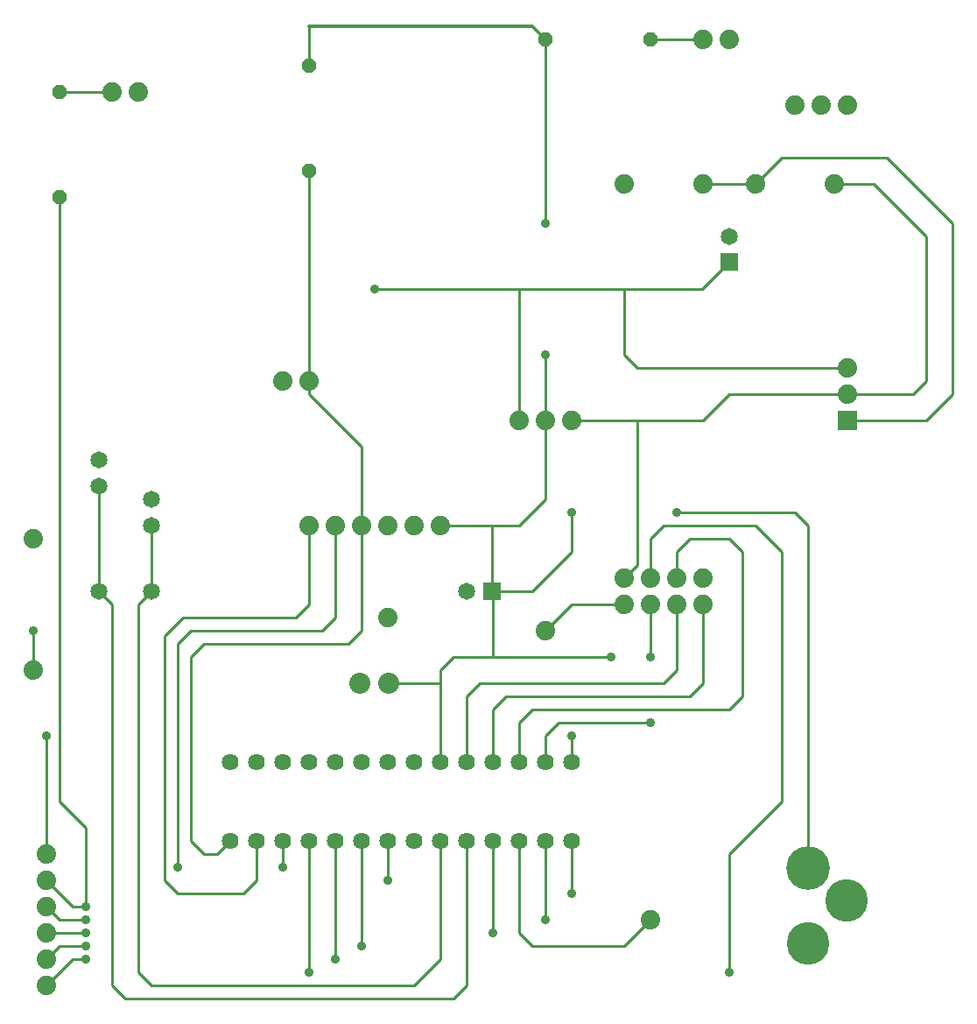
<source format=gbr>
G04 EAGLE Gerber RS-274X export*
G75*
%MOMM*%
%FSLAX34Y34*%
%LPD*%
%INTop Copper*%
%IPPOS*%
%AMOC8*
5,1,8,0,0,1.08239X$1,22.5*%
G01*
%ADD10C,1.879600*%
%ADD11C,1.651000*%
%ADD12R,1.651000X1.651000*%
%ADD13C,2.032000*%
%ADD14C,4.216000*%
%ADD15C,4.114800*%
%ADD16P,1.429621X8X112.500000*%
%ADD17P,1.429621X8X202.500000*%
%ADD18C,1.625600*%
%ADD19R,1.879600X1.879600*%
%ADD20C,0.304800*%
%ADD21C,0.254000*%
%ADD22C,0.914400*%


D10*
X38100Y355600D03*
X381000Y406400D03*
X635000Y114300D03*
X279400Y635000D03*
X304800Y635000D03*
X508000Y596900D03*
X533400Y596900D03*
X558800Y596900D03*
X304800Y495300D03*
X330200Y495300D03*
X355600Y495300D03*
X381000Y495300D03*
X406400Y495300D03*
X431800Y495300D03*
X50800Y50800D03*
X50800Y76200D03*
X50800Y101600D03*
X50800Y127000D03*
X50800Y152400D03*
X50800Y177800D03*
X685800Y965200D03*
X711200Y965200D03*
D11*
X101600Y558800D03*
X101600Y533400D03*
X152400Y520700D03*
X152400Y495300D03*
D12*
X482400Y431800D03*
D11*
X457400Y431800D03*
X711200Y774500D03*
D12*
X711200Y749500D03*
D13*
X382270Y342900D03*
X354330Y342900D03*
D10*
X533400Y393700D03*
X38100Y482600D03*
D14*
X787400Y164178D03*
D15*
X787654Y90970D03*
X825016Y132400D03*
D10*
X774700Y901700D03*
X800100Y901700D03*
X825500Y901700D03*
X609600Y419100D03*
X609600Y444500D03*
X635000Y419100D03*
X635000Y444500D03*
X660400Y419100D03*
X660400Y444500D03*
X685800Y419100D03*
X685800Y444500D03*
D16*
X63500Y812800D03*
X63500Y914400D03*
D17*
X635000Y965200D03*
X533400Y965200D03*
D16*
X304800Y838200D03*
X304800Y939800D03*
D10*
X114300Y914400D03*
X139700Y914400D03*
D18*
X228600Y190500D03*
X254000Y190500D03*
X279400Y190500D03*
X304800Y190500D03*
X330200Y190500D03*
X355600Y190500D03*
X381000Y190500D03*
X406400Y190500D03*
X431800Y190500D03*
X457200Y190500D03*
X482600Y190500D03*
X508000Y190500D03*
X533400Y190500D03*
X558800Y190500D03*
X558800Y266700D03*
X533400Y266700D03*
X508000Y266700D03*
X482600Y266700D03*
X457200Y266700D03*
X431800Y266700D03*
X406400Y266700D03*
X381000Y266700D03*
X355600Y266700D03*
X330200Y266700D03*
X304800Y266700D03*
X279400Y266700D03*
X254000Y266700D03*
X228600Y266700D03*
D19*
X825500Y596900D03*
D10*
X825500Y622300D03*
X825500Y647700D03*
D11*
X101600Y431800D03*
X152400Y431800D03*
D10*
X736600Y825500D03*
X812800Y825500D03*
X609600Y825500D03*
X685800Y825500D03*
D20*
X520700Y977900D02*
X304800Y977900D01*
X520700Y977900D02*
X533400Y965200D01*
D21*
X533400Y596900D02*
X533400Y520700D01*
X508000Y495300D01*
X482600Y495300D01*
X533400Y596900D02*
X533400Y660400D01*
D22*
X533400Y660400D03*
X533400Y787400D03*
D21*
X533400Y965200D01*
D22*
X660400Y508000D03*
X558800Y508000D03*
D21*
X558800Y469900D01*
X520700Y431800D01*
X482400Y431800D01*
X431800Y342900D02*
X431800Y266700D01*
X431800Y342900D02*
X431800Y355600D01*
X381000Y190500D02*
X381000Y152400D01*
D22*
X381000Y152400D03*
X596900Y368300D03*
D21*
X482600Y368300D01*
X304800Y939800D02*
X304800Y977900D01*
X660400Y508000D02*
X774700Y508000D01*
X787400Y495300D01*
X787400Y164178D01*
X444500Y368300D02*
X431800Y355600D01*
X444500Y368300D02*
X482600Y368300D01*
X482400Y495100D02*
X482600Y495300D01*
X482400Y495100D02*
X482400Y431800D01*
X482600Y431600D01*
X482600Y368300D01*
X431800Y342900D02*
X382270Y342900D01*
X431800Y495300D02*
X482600Y495300D01*
X304800Y635000D02*
X304800Y838200D01*
X304800Y622300D02*
X355600Y571500D01*
X304800Y622300D02*
X304800Y635000D01*
X355600Y571500D02*
X355600Y495300D01*
X190500Y368300D02*
X190500Y190500D01*
X203200Y177800D01*
X215900Y177800D01*
X228600Y190500D01*
X190500Y368300D02*
X203200Y381000D01*
X342900Y381000D01*
X355600Y393700D01*
X355600Y495300D01*
X635000Y965200D02*
X685800Y965200D01*
X152400Y495300D02*
X152400Y431800D01*
X139700Y419100D01*
X139700Y63500D01*
X152400Y50800D01*
X406400Y50800D01*
X431800Y76200D01*
X431800Y190500D01*
X101600Y431800D02*
X101600Y533400D01*
X101600Y431800D02*
X114300Y419100D01*
X457200Y190500D02*
X457200Y50800D01*
X444500Y38100D01*
X127000Y38100D01*
X114300Y50800D02*
X114300Y419100D01*
X114300Y50800D02*
X127000Y38100D01*
X114300Y914400D02*
X63500Y914400D01*
X165100Y388408D02*
X165100Y152400D01*
X177800Y139700D01*
X241300Y139700D01*
X254000Y152400D02*
X254000Y190500D01*
X254000Y152400D02*
X241300Y139700D01*
X292100Y406400D02*
X304800Y419100D01*
X183092Y406400D02*
X165100Y388408D01*
X304800Y419100D02*
X304800Y495300D01*
X292100Y406400D02*
X183092Y406400D01*
D22*
X177800Y165100D03*
X279400Y165100D03*
D21*
X279400Y190500D01*
X177800Y381000D02*
X190500Y393700D01*
X317500Y393700D01*
X330200Y406400D01*
X177800Y381000D02*
X177800Y165100D01*
X330200Y406400D02*
X330200Y495300D01*
X558800Y419100D02*
X609600Y419100D01*
X558800Y419100D02*
X533400Y393700D01*
X635000Y419100D02*
X635000Y368300D01*
D22*
X635000Y368300D03*
X635000Y304800D03*
D21*
X546100Y304800D01*
X533400Y292100D02*
X533400Y266700D01*
X533400Y292100D02*
X546100Y304800D01*
X711200Y177800D02*
X711200Y63500D01*
D22*
X711200Y63500D03*
X304800Y63500D03*
D21*
X304800Y190500D01*
X635000Y444500D02*
X635000Y482600D01*
X647700Y495300D01*
X736600Y495300D01*
X762000Y469900D01*
X762000Y228600D02*
X711200Y177800D01*
X762000Y228600D02*
X762000Y469900D01*
X660400Y469900D02*
X660400Y444500D01*
X660400Y469900D02*
X673100Y482600D01*
X711200Y482600D01*
X723900Y469900D01*
X508000Y304800D02*
X508000Y266700D01*
X508000Y304800D02*
X520700Y317500D01*
X711200Y317500D01*
X723900Y330200D01*
X723900Y469900D01*
X660400Y419100D02*
X660400Y355600D01*
X457200Y330200D02*
X457200Y266700D01*
X457200Y330200D02*
X469900Y342900D01*
X647700Y342900D01*
X660400Y355600D01*
X685800Y342900D02*
X685800Y419100D01*
X482600Y317500D02*
X482600Y266700D01*
X482600Y317500D02*
X495300Y330200D01*
X673100Y330200D01*
X685800Y342900D01*
X622300Y596900D02*
X558800Y596900D01*
X622300Y596900D02*
X622300Y457200D01*
X609600Y444500D01*
X711200Y622300D02*
X825500Y622300D01*
X711200Y622300D02*
X685800Y596900D01*
X622300Y596900D01*
X812800Y825500D02*
X850900Y825500D01*
X901700Y774700D01*
X901700Y635000D01*
X889000Y622300D01*
X825500Y622300D01*
X508000Y596900D02*
X508000Y723900D01*
X368300Y723900D01*
D22*
X368300Y723900D03*
X38100Y393700D03*
D21*
X685600Y723900D02*
X711200Y749500D01*
X685600Y723900D02*
X609600Y723900D01*
X508000Y723900D01*
X622300Y647700D02*
X825500Y647700D01*
X622300Y647700D02*
X609600Y660400D01*
X609600Y723900D01*
X38100Y393700D02*
X38100Y355600D01*
D22*
X88900Y76200D03*
X330200Y76200D03*
D21*
X330200Y190500D01*
X88900Y76200D02*
X76200Y76200D01*
X50800Y50800D01*
D22*
X88900Y88900D03*
X355600Y88900D03*
D21*
X355600Y190500D01*
X88900Y88900D02*
X63500Y88900D01*
X50800Y76200D01*
D22*
X88900Y101600D03*
X482600Y101600D03*
D21*
X482600Y190500D01*
X88900Y101600D02*
X50800Y101600D01*
D22*
X88900Y114300D03*
X533400Y114300D03*
D21*
X533400Y190500D01*
X88900Y114300D02*
X63500Y114300D01*
X50800Y127000D01*
D22*
X88900Y127000D03*
X558800Y139700D03*
D21*
X558800Y190500D01*
X88900Y127000D02*
X76200Y127000D01*
X50800Y152400D01*
X88900Y203200D02*
X63500Y228600D01*
X88900Y203200D02*
X88900Y127000D01*
X63500Y228600D02*
X63500Y812800D01*
D22*
X50800Y292100D03*
X558800Y292100D03*
D21*
X558800Y266700D01*
X50800Y292100D02*
X50800Y177800D01*
X609600Y88900D02*
X635000Y114300D01*
X508000Y101600D02*
X508000Y190500D01*
X508000Y101600D02*
X520700Y88900D01*
X609600Y88900D01*
X825500Y596900D02*
X901700Y596900D01*
X927100Y622300D01*
X927100Y787400D01*
X863600Y850900D01*
X736600Y825500D02*
X685800Y825500D01*
X736600Y825500D02*
X762000Y850900D01*
X863600Y850900D01*
M02*

</source>
